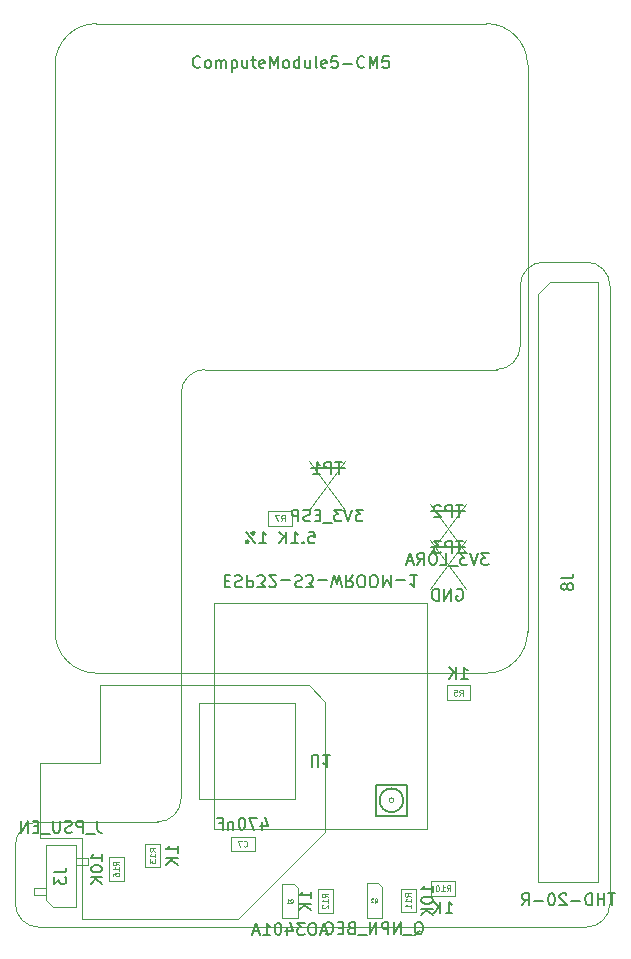
<source format=gbr>
G04 #@! TF.GenerationSoftware,KiCad,Pcbnew,9.0.3*
G04 #@! TF.CreationDate,2026-01-28T23:02:46+01:00*
G04 #@! TF.ProjectId,CM5IO_top,434d3549-4f5f-4746-9f70-2e6b69636164,rev?*
G04 #@! TF.SameCoordinates,Original*
G04 #@! TF.FileFunction,AssemblyDrawing,Bot*
%FSLAX46Y46*%
G04 Gerber Fmt 4.6, Leading zero omitted, Abs format (unit mm)*
G04 Created by KiCad (PCBNEW 9.0.3) date 2026-01-28 23:02:46*
%MOMM*%
%LPD*%
G01*
G04 APERTURE LIST*
%ADD10C,0.100000*%
%ADD11C,0.150000*%
%ADD12C,0.080000*%
%ADD13C,0.050000*%
%ADD14C,0.120000*%
G04 #@! TA.AperFunction,Profile*
%ADD15C,0.050000*%
G04 #@! TD*
G04 APERTURE END LIST*
D10*
X181871400Y-127401200D02*
X181871400Y-138450200D01*
X174505400Y-145816200D01*
X161297400Y-145816200D01*
X161297400Y-138958200D01*
X157741400Y-138958200D01*
X157741400Y-132608200D01*
X162821400Y-132608200D01*
X162821400Y-126004200D01*
X180474400Y-126004200D01*
X181871400Y-127401200D01*
X171203400Y-127528200D02*
X179340500Y-127528200D01*
X179340500Y-135656200D01*
X171203400Y-135656200D01*
X171203400Y-127528200D01*
D11*
X171289523Y-73669580D02*
X171241904Y-73717200D01*
X171241904Y-73717200D02*
X171099047Y-73764819D01*
X171099047Y-73764819D02*
X171003809Y-73764819D01*
X171003809Y-73764819D02*
X170860952Y-73717200D01*
X170860952Y-73717200D02*
X170765714Y-73621961D01*
X170765714Y-73621961D02*
X170718095Y-73526723D01*
X170718095Y-73526723D02*
X170670476Y-73336247D01*
X170670476Y-73336247D02*
X170670476Y-73193390D01*
X170670476Y-73193390D02*
X170718095Y-73002914D01*
X170718095Y-73002914D02*
X170765714Y-72907676D01*
X170765714Y-72907676D02*
X170860952Y-72812438D01*
X170860952Y-72812438D02*
X171003809Y-72764819D01*
X171003809Y-72764819D02*
X171099047Y-72764819D01*
X171099047Y-72764819D02*
X171241904Y-72812438D01*
X171241904Y-72812438D02*
X171289523Y-72860057D01*
X171860952Y-73764819D02*
X171765714Y-73717200D01*
X171765714Y-73717200D02*
X171718095Y-73669580D01*
X171718095Y-73669580D02*
X171670476Y-73574342D01*
X171670476Y-73574342D02*
X171670476Y-73288628D01*
X171670476Y-73288628D02*
X171718095Y-73193390D01*
X171718095Y-73193390D02*
X171765714Y-73145771D01*
X171765714Y-73145771D02*
X171860952Y-73098152D01*
X171860952Y-73098152D02*
X172003809Y-73098152D01*
X172003809Y-73098152D02*
X172099047Y-73145771D01*
X172099047Y-73145771D02*
X172146666Y-73193390D01*
X172146666Y-73193390D02*
X172194285Y-73288628D01*
X172194285Y-73288628D02*
X172194285Y-73574342D01*
X172194285Y-73574342D02*
X172146666Y-73669580D01*
X172146666Y-73669580D02*
X172099047Y-73717200D01*
X172099047Y-73717200D02*
X172003809Y-73764819D01*
X172003809Y-73764819D02*
X171860952Y-73764819D01*
X172622857Y-73764819D02*
X172622857Y-73098152D01*
X172622857Y-73193390D02*
X172670476Y-73145771D01*
X172670476Y-73145771D02*
X172765714Y-73098152D01*
X172765714Y-73098152D02*
X172908571Y-73098152D01*
X172908571Y-73098152D02*
X173003809Y-73145771D01*
X173003809Y-73145771D02*
X173051428Y-73241009D01*
X173051428Y-73241009D02*
X173051428Y-73764819D01*
X173051428Y-73241009D02*
X173099047Y-73145771D01*
X173099047Y-73145771D02*
X173194285Y-73098152D01*
X173194285Y-73098152D02*
X173337142Y-73098152D01*
X173337142Y-73098152D02*
X173432381Y-73145771D01*
X173432381Y-73145771D02*
X173480000Y-73241009D01*
X173480000Y-73241009D02*
X173480000Y-73764819D01*
X173956190Y-73098152D02*
X173956190Y-74098152D01*
X173956190Y-73145771D02*
X174051428Y-73098152D01*
X174051428Y-73098152D02*
X174241904Y-73098152D01*
X174241904Y-73098152D02*
X174337142Y-73145771D01*
X174337142Y-73145771D02*
X174384761Y-73193390D01*
X174384761Y-73193390D02*
X174432380Y-73288628D01*
X174432380Y-73288628D02*
X174432380Y-73574342D01*
X174432380Y-73574342D02*
X174384761Y-73669580D01*
X174384761Y-73669580D02*
X174337142Y-73717200D01*
X174337142Y-73717200D02*
X174241904Y-73764819D01*
X174241904Y-73764819D02*
X174051428Y-73764819D01*
X174051428Y-73764819D02*
X173956190Y-73717200D01*
X175289523Y-73098152D02*
X175289523Y-73764819D01*
X174860952Y-73098152D02*
X174860952Y-73621961D01*
X174860952Y-73621961D02*
X174908571Y-73717200D01*
X174908571Y-73717200D02*
X175003809Y-73764819D01*
X175003809Y-73764819D02*
X175146666Y-73764819D01*
X175146666Y-73764819D02*
X175241904Y-73717200D01*
X175241904Y-73717200D02*
X175289523Y-73669580D01*
X175622857Y-73098152D02*
X176003809Y-73098152D01*
X175765714Y-72764819D02*
X175765714Y-73621961D01*
X175765714Y-73621961D02*
X175813333Y-73717200D01*
X175813333Y-73717200D02*
X175908571Y-73764819D01*
X175908571Y-73764819D02*
X176003809Y-73764819D01*
X176718095Y-73717200D02*
X176622857Y-73764819D01*
X176622857Y-73764819D02*
X176432381Y-73764819D01*
X176432381Y-73764819D02*
X176337143Y-73717200D01*
X176337143Y-73717200D02*
X176289524Y-73621961D01*
X176289524Y-73621961D02*
X176289524Y-73241009D01*
X176289524Y-73241009D02*
X176337143Y-73145771D01*
X176337143Y-73145771D02*
X176432381Y-73098152D01*
X176432381Y-73098152D02*
X176622857Y-73098152D01*
X176622857Y-73098152D02*
X176718095Y-73145771D01*
X176718095Y-73145771D02*
X176765714Y-73241009D01*
X176765714Y-73241009D02*
X176765714Y-73336247D01*
X176765714Y-73336247D02*
X176289524Y-73431485D01*
X177194286Y-73764819D02*
X177194286Y-72764819D01*
X177194286Y-72764819D02*
X177527619Y-73479104D01*
X177527619Y-73479104D02*
X177860952Y-72764819D01*
X177860952Y-72764819D02*
X177860952Y-73764819D01*
X178480000Y-73764819D02*
X178384762Y-73717200D01*
X178384762Y-73717200D02*
X178337143Y-73669580D01*
X178337143Y-73669580D02*
X178289524Y-73574342D01*
X178289524Y-73574342D02*
X178289524Y-73288628D01*
X178289524Y-73288628D02*
X178337143Y-73193390D01*
X178337143Y-73193390D02*
X178384762Y-73145771D01*
X178384762Y-73145771D02*
X178480000Y-73098152D01*
X178480000Y-73098152D02*
X178622857Y-73098152D01*
X178622857Y-73098152D02*
X178718095Y-73145771D01*
X178718095Y-73145771D02*
X178765714Y-73193390D01*
X178765714Y-73193390D02*
X178813333Y-73288628D01*
X178813333Y-73288628D02*
X178813333Y-73574342D01*
X178813333Y-73574342D02*
X178765714Y-73669580D01*
X178765714Y-73669580D02*
X178718095Y-73717200D01*
X178718095Y-73717200D02*
X178622857Y-73764819D01*
X178622857Y-73764819D02*
X178480000Y-73764819D01*
X179670476Y-73764819D02*
X179670476Y-72764819D01*
X179670476Y-73717200D02*
X179575238Y-73764819D01*
X179575238Y-73764819D02*
X179384762Y-73764819D01*
X179384762Y-73764819D02*
X179289524Y-73717200D01*
X179289524Y-73717200D02*
X179241905Y-73669580D01*
X179241905Y-73669580D02*
X179194286Y-73574342D01*
X179194286Y-73574342D02*
X179194286Y-73288628D01*
X179194286Y-73288628D02*
X179241905Y-73193390D01*
X179241905Y-73193390D02*
X179289524Y-73145771D01*
X179289524Y-73145771D02*
X179384762Y-73098152D01*
X179384762Y-73098152D02*
X179575238Y-73098152D01*
X179575238Y-73098152D02*
X179670476Y-73145771D01*
X180575238Y-73098152D02*
X180575238Y-73764819D01*
X180146667Y-73098152D02*
X180146667Y-73621961D01*
X180146667Y-73621961D02*
X180194286Y-73717200D01*
X180194286Y-73717200D02*
X180289524Y-73764819D01*
X180289524Y-73764819D02*
X180432381Y-73764819D01*
X180432381Y-73764819D02*
X180527619Y-73717200D01*
X180527619Y-73717200D02*
X180575238Y-73669580D01*
X181194286Y-73764819D02*
X181099048Y-73717200D01*
X181099048Y-73717200D02*
X181051429Y-73621961D01*
X181051429Y-73621961D02*
X181051429Y-72764819D01*
X181956191Y-73717200D02*
X181860953Y-73764819D01*
X181860953Y-73764819D02*
X181670477Y-73764819D01*
X181670477Y-73764819D02*
X181575239Y-73717200D01*
X181575239Y-73717200D02*
X181527620Y-73621961D01*
X181527620Y-73621961D02*
X181527620Y-73241009D01*
X181527620Y-73241009D02*
X181575239Y-73145771D01*
X181575239Y-73145771D02*
X181670477Y-73098152D01*
X181670477Y-73098152D02*
X181860953Y-73098152D01*
X181860953Y-73098152D02*
X181956191Y-73145771D01*
X181956191Y-73145771D02*
X182003810Y-73241009D01*
X182003810Y-73241009D02*
X182003810Y-73336247D01*
X182003810Y-73336247D02*
X181527620Y-73431485D01*
X182908572Y-72764819D02*
X182432382Y-72764819D01*
X182432382Y-72764819D02*
X182384763Y-73241009D01*
X182384763Y-73241009D02*
X182432382Y-73193390D01*
X182432382Y-73193390D02*
X182527620Y-73145771D01*
X182527620Y-73145771D02*
X182765715Y-73145771D01*
X182765715Y-73145771D02*
X182860953Y-73193390D01*
X182860953Y-73193390D02*
X182908572Y-73241009D01*
X182908572Y-73241009D02*
X182956191Y-73336247D01*
X182956191Y-73336247D02*
X182956191Y-73574342D01*
X182956191Y-73574342D02*
X182908572Y-73669580D01*
X182908572Y-73669580D02*
X182860953Y-73717200D01*
X182860953Y-73717200D02*
X182765715Y-73764819D01*
X182765715Y-73764819D02*
X182527620Y-73764819D01*
X182527620Y-73764819D02*
X182432382Y-73717200D01*
X182432382Y-73717200D02*
X182384763Y-73669580D01*
X183384763Y-73383866D02*
X184146668Y-73383866D01*
X185194286Y-73669580D02*
X185146667Y-73717200D01*
X185146667Y-73717200D02*
X185003810Y-73764819D01*
X185003810Y-73764819D02*
X184908572Y-73764819D01*
X184908572Y-73764819D02*
X184765715Y-73717200D01*
X184765715Y-73717200D02*
X184670477Y-73621961D01*
X184670477Y-73621961D02*
X184622858Y-73526723D01*
X184622858Y-73526723D02*
X184575239Y-73336247D01*
X184575239Y-73336247D02*
X184575239Y-73193390D01*
X184575239Y-73193390D02*
X184622858Y-73002914D01*
X184622858Y-73002914D02*
X184670477Y-72907676D01*
X184670477Y-72907676D02*
X184765715Y-72812438D01*
X184765715Y-72812438D02*
X184908572Y-72764819D01*
X184908572Y-72764819D02*
X185003810Y-72764819D01*
X185003810Y-72764819D02*
X185146667Y-72812438D01*
X185146667Y-72812438D02*
X185194286Y-72860057D01*
X185622858Y-73764819D02*
X185622858Y-72764819D01*
X185622858Y-72764819D02*
X185956191Y-73479104D01*
X185956191Y-73479104D02*
X186289524Y-72764819D01*
X186289524Y-72764819D02*
X186289524Y-73764819D01*
X187241905Y-72764819D02*
X186765715Y-72764819D01*
X186765715Y-72764819D02*
X186718096Y-73241009D01*
X186718096Y-73241009D02*
X186765715Y-73193390D01*
X186765715Y-73193390D02*
X186860953Y-73145771D01*
X186860953Y-73145771D02*
X187099048Y-73145771D01*
X187099048Y-73145771D02*
X187194286Y-73193390D01*
X187194286Y-73193390D02*
X187241905Y-73241009D01*
X187241905Y-73241009D02*
X187289524Y-73336247D01*
X187289524Y-73336247D02*
X187289524Y-73574342D01*
X187289524Y-73574342D02*
X187241905Y-73669580D01*
X187241905Y-73669580D02*
X187194286Y-73717200D01*
X187194286Y-73717200D02*
X187099048Y-73764819D01*
X187099048Y-73764819D02*
X186860953Y-73764819D01*
X186860953Y-73764819D02*
X186765715Y-73717200D01*
X186765715Y-73717200D02*
X186718096Y-73669580D01*
X169371219Y-140214214D02*
X169371219Y-139642786D01*
X169371219Y-139928500D02*
X168371219Y-139928500D01*
X168371219Y-139928500D02*
X168514076Y-139833262D01*
X168514076Y-139833262D02*
X168609314Y-139738024D01*
X168609314Y-139738024D02*
X168656933Y-139642786D01*
X169371219Y-140642786D02*
X168371219Y-140642786D01*
X169371219Y-141214214D02*
X168799790Y-140785643D01*
X168371219Y-141214214D02*
X168942647Y-140642786D01*
D12*
X167493549Y-140107071D02*
X167255454Y-139940405D01*
X167493549Y-139821357D02*
X166993549Y-139821357D01*
X166993549Y-139821357D02*
X166993549Y-140011833D01*
X166993549Y-140011833D02*
X167017359Y-140059452D01*
X167017359Y-140059452D02*
X167041168Y-140083262D01*
X167041168Y-140083262D02*
X167088787Y-140107071D01*
X167088787Y-140107071D02*
X167160216Y-140107071D01*
X167160216Y-140107071D02*
X167207835Y-140083262D01*
X167207835Y-140083262D02*
X167231644Y-140059452D01*
X167231644Y-140059452D02*
X167255454Y-140011833D01*
X167255454Y-140011833D02*
X167255454Y-139821357D01*
X167493549Y-140583262D02*
X167493549Y-140297548D01*
X167493549Y-140440405D02*
X166993549Y-140440405D01*
X166993549Y-140440405D02*
X167064978Y-140392786D01*
X167064978Y-140392786D02*
X167112597Y-140345167D01*
X167112597Y-140345167D02*
X167136406Y-140297548D01*
X166993549Y-140749928D02*
X166993549Y-141059452D01*
X166993549Y-141059452D02*
X167184025Y-140892785D01*
X167184025Y-140892785D02*
X167184025Y-140964214D01*
X167184025Y-140964214D02*
X167207835Y-141011833D01*
X167207835Y-141011833D02*
X167231644Y-141035642D01*
X167231644Y-141035642D02*
X167279263Y-141059452D01*
X167279263Y-141059452D02*
X167398311Y-141059452D01*
X167398311Y-141059452D02*
X167445930Y-141035642D01*
X167445930Y-141035642D02*
X167469740Y-141011833D01*
X167469740Y-141011833D02*
X167493549Y-140964214D01*
X167493549Y-140964214D02*
X167493549Y-140821357D01*
X167493549Y-140821357D02*
X167469740Y-140773738D01*
X167469740Y-140773738D02*
X167445930Y-140749928D01*
D11*
X192058485Y-145346219D02*
X192629913Y-145346219D01*
X192344199Y-145346219D02*
X192344199Y-144346219D01*
X192344199Y-144346219D02*
X192439437Y-144489076D01*
X192439437Y-144489076D02*
X192534675Y-144584314D01*
X192534675Y-144584314D02*
X192629913Y-144631933D01*
X191629913Y-145346219D02*
X191629913Y-144346219D01*
X191058485Y-145346219D02*
X191487056Y-144774790D01*
X191058485Y-144346219D02*
X191629913Y-144917647D01*
D12*
X192165628Y-143468549D02*
X192332294Y-143230454D01*
X192451342Y-143468549D02*
X192451342Y-142968549D01*
X192451342Y-142968549D02*
X192260866Y-142968549D01*
X192260866Y-142968549D02*
X192213247Y-142992359D01*
X192213247Y-142992359D02*
X192189437Y-143016168D01*
X192189437Y-143016168D02*
X192165628Y-143063787D01*
X192165628Y-143063787D02*
X192165628Y-143135216D01*
X192165628Y-143135216D02*
X192189437Y-143182835D01*
X192189437Y-143182835D02*
X192213247Y-143206644D01*
X192213247Y-143206644D02*
X192260866Y-143230454D01*
X192260866Y-143230454D02*
X192451342Y-143230454D01*
X191689437Y-143468549D02*
X191975151Y-143468549D01*
X191832294Y-143468549D02*
X191832294Y-142968549D01*
X191832294Y-142968549D02*
X191879913Y-143039978D01*
X191879913Y-143039978D02*
X191927532Y-143087597D01*
X191927532Y-143087597D02*
X191975151Y-143111406D01*
X191379914Y-142968549D02*
X191332295Y-142968549D01*
X191332295Y-142968549D02*
X191284676Y-142992359D01*
X191284676Y-142992359D02*
X191260866Y-143016168D01*
X191260866Y-143016168D02*
X191237057Y-143063787D01*
X191237057Y-143063787D02*
X191213247Y-143159025D01*
X191213247Y-143159025D02*
X191213247Y-143278073D01*
X191213247Y-143278073D02*
X191237057Y-143373311D01*
X191237057Y-143373311D02*
X191260866Y-143420930D01*
X191260866Y-143420930D02*
X191284676Y-143444740D01*
X191284676Y-143444740D02*
X191332295Y-143468549D01*
X191332295Y-143468549D02*
X191379914Y-143468549D01*
X191379914Y-143468549D02*
X191427533Y-143444740D01*
X191427533Y-143444740D02*
X191451342Y-143420930D01*
X191451342Y-143420930D02*
X191475152Y-143373311D01*
X191475152Y-143373311D02*
X191498961Y-143278073D01*
X191498961Y-143278073D02*
X191498961Y-143159025D01*
X191498961Y-143159025D02*
X191475152Y-143063787D01*
X191475152Y-143063787D02*
X191451342Y-143016168D01*
X191451342Y-143016168D02*
X191427533Y-142992359D01*
X191427533Y-142992359D02*
X191379914Y-142968549D01*
D11*
X192996504Y-117904638D02*
X193091742Y-117857019D01*
X193091742Y-117857019D02*
X193234599Y-117857019D01*
X193234599Y-117857019D02*
X193377456Y-117904638D01*
X193377456Y-117904638D02*
X193472694Y-117999876D01*
X193472694Y-117999876D02*
X193520313Y-118095114D01*
X193520313Y-118095114D02*
X193567932Y-118285590D01*
X193567932Y-118285590D02*
X193567932Y-118428447D01*
X193567932Y-118428447D02*
X193520313Y-118618923D01*
X193520313Y-118618923D02*
X193472694Y-118714161D01*
X193472694Y-118714161D02*
X193377456Y-118809400D01*
X193377456Y-118809400D02*
X193234599Y-118857019D01*
X193234599Y-118857019D02*
X193139361Y-118857019D01*
X193139361Y-118857019D02*
X192996504Y-118809400D01*
X192996504Y-118809400D02*
X192948885Y-118761780D01*
X192948885Y-118761780D02*
X192948885Y-118428447D01*
X192948885Y-118428447D02*
X193139361Y-118428447D01*
X192520313Y-118857019D02*
X192520313Y-117857019D01*
X192520313Y-117857019D02*
X191948885Y-118857019D01*
X191948885Y-118857019D02*
X191948885Y-117857019D01*
X191472694Y-118857019D02*
X191472694Y-117857019D01*
X191472694Y-117857019D02*
X191234599Y-117857019D01*
X191234599Y-117857019D02*
X191091742Y-117904638D01*
X191091742Y-117904638D02*
X190996504Y-117999876D01*
X190996504Y-117999876D02*
X190948885Y-118095114D01*
X190948885Y-118095114D02*
X190901266Y-118285590D01*
X190901266Y-118285590D02*
X190901266Y-118428447D01*
X190901266Y-118428447D02*
X190948885Y-118618923D01*
X190948885Y-118618923D02*
X190996504Y-118714161D01*
X190996504Y-118714161D02*
X191091742Y-118809400D01*
X191091742Y-118809400D02*
X191234599Y-118857019D01*
X191234599Y-118857019D02*
X191472694Y-118857019D01*
X193496504Y-113807019D02*
X192925076Y-113807019D01*
X193210790Y-114807019D02*
X193210790Y-113807019D01*
X192591742Y-114807019D02*
X192591742Y-113807019D01*
X192591742Y-113807019D02*
X192210790Y-113807019D01*
X192210790Y-113807019D02*
X192115552Y-113854638D01*
X192115552Y-113854638D02*
X192067933Y-113902257D01*
X192067933Y-113902257D02*
X192020314Y-113997495D01*
X192020314Y-113997495D02*
X192020314Y-114140352D01*
X192020314Y-114140352D02*
X192067933Y-114235590D01*
X192067933Y-114235590D02*
X192115552Y-114283209D01*
X192115552Y-114283209D02*
X192210790Y-114330828D01*
X192210790Y-114330828D02*
X192591742Y-114330828D01*
X191686980Y-113807019D02*
X191067933Y-113807019D01*
X191067933Y-113807019D02*
X191401266Y-114187971D01*
X191401266Y-114187971D02*
X191258409Y-114187971D01*
X191258409Y-114187971D02*
X191163171Y-114235590D01*
X191163171Y-114235590D02*
X191115552Y-114283209D01*
X191115552Y-114283209D02*
X191067933Y-114378447D01*
X191067933Y-114378447D02*
X191067933Y-114616542D01*
X191067933Y-114616542D02*
X191115552Y-114711780D01*
X191115552Y-114711780D02*
X191163171Y-114759400D01*
X191163171Y-114759400D02*
X191258409Y-114807019D01*
X191258409Y-114807019D02*
X191544123Y-114807019D01*
X191544123Y-114807019D02*
X191639361Y-114759400D01*
X191639361Y-114759400D02*
X191686980Y-114711780D01*
X190842933Y-114307019D02*
X193715795Y-114307019D01*
X190995519Y-143550923D02*
X190995519Y-142979495D01*
X190995519Y-143265209D02*
X189995519Y-143265209D01*
X189995519Y-143265209D02*
X190138376Y-143169971D01*
X190138376Y-143169971D02*
X190233614Y-143074733D01*
X190233614Y-143074733D02*
X190281233Y-142979495D01*
X189995519Y-144169971D02*
X189995519Y-144265209D01*
X189995519Y-144265209D02*
X190043138Y-144360447D01*
X190043138Y-144360447D02*
X190090757Y-144408066D01*
X190090757Y-144408066D02*
X190185995Y-144455685D01*
X190185995Y-144455685D02*
X190376471Y-144503304D01*
X190376471Y-144503304D02*
X190614566Y-144503304D01*
X190614566Y-144503304D02*
X190805042Y-144455685D01*
X190805042Y-144455685D02*
X190900280Y-144408066D01*
X190900280Y-144408066D02*
X190947900Y-144360447D01*
X190947900Y-144360447D02*
X190995519Y-144265209D01*
X190995519Y-144265209D02*
X190995519Y-144169971D01*
X190995519Y-144169971D02*
X190947900Y-144074733D01*
X190947900Y-144074733D02*
X190900280Y-144027114D01*
X190900280Y-144027114D02*
X190805042Y-143979495D01*
X190805042Y-143979495D02*
X190614566Y-143931876D01*
X190614566Y-143931876D02*
X190376471Y-143931876D01*
X190376471Y-143931876D02*
X190185995Y-143979495D01*
X190185995Y-143979495D02*
X190090757Y-144027114D01*
X190090757Y-144027114D02*
X190043138Y-144074733D01*
X190043138Y-144074733D02*
X189995519Y-144169971D01*
X190995519Y-144931876D02*
X189995519Y-144931876D01*
X190995519Y-145503304D02*
X190424090Y-145074733D01*
X189995519Y-145503304D02*
X190566947Y-144931876D01*
D12*
X189117849Y-143919971D02*
X188879754Y-143753305D01*
X189117849Y-143634257D02*
X188617849Y-143634257D01*
X188617849Y-143634257D02*
X188617849Y-143824733D01*
X188617849Y-143824733D02*
X188641659Y-143872352D01*
X188641659Y-143872352D02*
X188665468Y-143896162D01*
X188665468Y-143896162D02*
X188713087Y-143919971D01*
X188713087Y-143919971D02*
X188784516Y-143919971D01*
X188784516Y-143919971D02*
X188832135Y-143896162D01*
X188832135Y-143896162D02*
X188855944Y-143872352D01*
X188855944Y-143872352D02*
X188879754Y-143824733D01*
X188879754Y-143824733D02*
X188879754Y-143634257D01*
X189117849Y-144396162D02*
X189117849Y-144110448D01*
X189117849Y-144253305D02*
X188617849Y-144253305D01*
X188617849Y-144253305D02*
X188689278Y-144205686D01*
X188689278Y-144205686D02*
X188736897Y-144158067D01*
X188736897Y-144158067D02*
X188760706Y-144110448D01*
X189117849Y-144872352D02*
X189117849Y-144586638D01*
X189117849Y-144729495D02*
X188617849Y-144729495D01*
X188617849Y-144729495D02*
X188689278Y-144681876D01*
X188689278Y-144681876D02*
X188736897Y-144634257D01*
X188736897Y-144634257D02*
X188760706Y-144586638D01*
D11*
X162589238Y-137498819D02*
X162589238Y-138213104D01*
X162589238Y-138213104D02*
X162636857Y-138355961D01*
X162636857Y-138355961D02*
X162732095Y-138451200D01*
X162732095Y-138451200D02*
X162874952Y-138498819D01*
X162874952Y-138498819D02*
X162970190Y-138498819D01*
X162351143Y-138594057D02*
X161589238Y-138594057D01*
X161351142Y-138498819D02*
X161351142Y-137498819D01*
X161351142Y-137498819D02*
X160970190Y-137498819D01*
X160970190Y-137498819D02*
X160874952Y-137546438D01*
X160874952Y-137546438D02*
X160827333Y-137594057D01*
X160827333Y-137594057D02*
X160779714Y-137689295D01*
X160779714Y-137689295D02*
X160779714Y-137832152D01*
X160779714Y-137832152D02*
X160827333Y-137927390D01*
X160827333Y-137927390D02*
X160874952Y-137975009D01*
X160874952Y-137975009D02*
X160970190Y-138022628D01*
X160970190Y-138022628D02*
X161351142Y-138022628D01*
X160398761Y-138451200D02*
X160255904Y-138498819D01*
X160255904Y-138498819D02*
X160017809Y-138498819D01*
X160017809Y-138498819D02*
X159922571Y-138451200D01*
X159922571Y-138451200D02*
X159874952Y-138403580D01*
X159874952Y-138403580D02*
X159827333Y-138308342D01*
X159827333Y-138308342D02*
X159827333Y-138213104D01*
X159827333Y-138213104D02*
X159874952Y-138117866D01*
X159874952Y-138117866D02*
X159922571Y-138070247D01*
X159922571Y-138070247D02*
X160017809Y-138022628D01*
X160017809Y-138022628D02*
X160208285Y-137975009D01*
X160208285Y-137975009D02*
X160303523Y-137927390D01*
X160303523Y-137927390D02*
X160351142Y-137879771D01*
X160351142Y-137879771D02*
X160398761Y-137784533D01*
X160398761Y-137784533D02*
X160398761Y-137689295D01*
X160398761Y-137689295D02*
X160351142Y-137594057D01*
X160351142Y-137594057D02*
X160303523Y-137546438D01*
X160303523Y-137546438D02*
X160208285Y-137498819D01*
X160208285Y-137498819D02*
X159970190Y-137498819D01*
X159970190Y-137498819D02*
X159827333Y-137546438D01*
X159398761Y-137498819D02*
X159398761Y-138308342D01*
X159398761Y-138308342D02*
X159351142Y-138403580D01*
X159351142Y-138403580D02*
X159303523Y-138451200D01*
X159303523Y-138451200D02*
X159208285Y-138498819D01*
X159208285Y-138498819D02*
X159017809Y-138498819D01*
X159017809Y-138498819D02*
X158922571Y-138451200D01*
X158922571Y-138451200D02*
X158874952Y-138403580D01*
X158874952Y-138403580D02*
X158827333Y-138308342D01*
X158827333Y-138308342D02*
X158827333Y-137498819D01*
X158589238Y-138594057D02*
X157827333Y-138594057D01*
X157589237Y-137975009D02*
X157255904Y-137975009D01*
X157113047Y-138498819D02*
X157589237Y-138498819D01*
X157589237Y-138498819D02*
X157589237Y-137498819D01*
X157589237Y-137498819D02*
X157113047Y-137498819D01*
X156684475Y-138498819D02*
X156684475Y-137498819D01*
X156684475Y-137498819D02*
X156113047Y-138498819D01*
X156113047Y-138498819D02*
X156113047Y-137498819D01*
X158948819Y-141850666D02*
X159663104Y-141850666D01*
X159663104Y-141850666D02*
X159805961Y-141803047D01*
X159805961Y-141803047D02*
X159901200Y-141707809D01*
X159901200Y-141707809D02*
X159948819Y-141564952D01*
X159948819Y-141564952D02*
X159948819Y-141469714D01*
X158948819Y-142231619D02*
X158948819Y-142850666D01*
X158948819Y-142850666D02*
X159329771Y-142517333D01*
X159329771Y-142517333D02*
X159329771Y-142660190D01*
X159329771Y-142660190D02*
X159377390Y-142755428D01*
X159377390Y-142755428D02*
X159425009Y-142803047D01*
X159425009Y-142803047D02*
X159520247Y-142850666D01*
X159520247Y-142850666D02*
X159758342Y-142850666D01*
X159758342Y-142850666D02*
X159853580Y-142803047D01*
X159853580Y-142803047D02*
X159901200Y-142755428D01*
X159901200Y-142755428D02*
X159948819Y-142660190D01*
X159948819Y-142660190D02*
X159948819Y-142374476D01*
X159948819Y-142374476D02*
X159901200Y-142279238D01*
X159901200Y-142279238D02*
X159853580Y-142231619D01*
X206419999Y-143646819D02*
X205848571Y-143646819D01*
X206134285Y-144646819D02*
X206134285Y-143646819D01*
X205515237Y-144646819D02*
X205515237Y-143646819D01*
X205515237Y-144123009D02*
X204943809Y-144123009D01*
X204943809Y-144646819D02*
X204943809Y-143646819D01*
X204467618Y-144646819D02*
X204467618Y-143646819D01*
X204467618Y-143646819D02*
X204229523Y-143646819D01*
X204229523Y-143646819D02*
X204086666Y-143694438D01*
X204086666Y-143694438D02*
X203991428Y-143789676D01*
X203991428Y-143789676D02*
X203943809Y-143884914D01*
X203943809Y-143884914D02*
X203896190Y-144075390D01*
X203896190Y-144075390D02*
X203896190Y-144218247D01*
X203896190Y-144218247D02*
X203943809Y-144408723D01*
X203943809Y-144408723D02*
X203991428Y-144503961D01*
X203991428Y-144503961D02*
X204086666Y-144599200D01*
X204086666Y-144599200D02*
X204229523Y-144646819D01*
X204229523Y-144646819D02*
X204467618Y-144646819D01*
X203467618Y-144265866D02*
X202705714Y-144265866D01*
X202277142Y-143742057D02*
X202229523Y-143694438D01*
X202229523Y-143694438D02*
X202134285Y-143646819D01*
X202134285Y-143646819D02*
X201896190Y-143646819D01*
X201896190Y-143646819D02*
X201800952Y-143694438D01*
X201800952Y-143694438D02*
X201753333Y-143742057D01*
X201753333Y-143742057D02*
X201705714Y-143837295D01*
X201705714Y-143837295D02*
X201705714Y-143932533D01*
X201705714Y-143932533D02*
X201753333Y-144075390D01*
X201753333Y-144075390D02*
X202324761Y-144646819D01*
X202324761Y-144646819D02*
X201705714Y-144646819D01*
X201086666Y-143646819D02*
X200991428Y-143646819D01*
X200991428Y-143646819D02*
X200896190Y-143694438D01*
X200896190Y-143694438D02*
X200848571Y-143742057D01*
X200848571Y-143742057D02*
X200800952Y-143837295D01*
X200800952Y-143837295D02*
X200753333Y-144027771D01*
X200753333Y-144027771D02*
X200753333Y-144265866D01*
X200753333Y-144265866D02*
X200800952Y-144456342D01*
X200800952Y-144456342D02*
X200848571Y-144551580D01*
X200848571Y-144551580D02*
X200896190Y-144599200D01*
X200896190Y-144599200D02*
X200991428Y-144646819D01*
X200991428Y-144646819D02*
X201086666Y-144646819D01*
X201086666Y-144646819D02*
X201181904Y-144599200D01*
X201181904Y-144599200D02*
X201229523Y-144551580D01*
X201229523Y-144551580D02*
X201277142Y-144456342D01*
X201277142Y-144456342D02*
X201324761Y-144265866D01*
X201324761Y-144265866D02*
X201324761Y-144027771D01*
X201324761Y-144027771D02*
X201277142Y-143837295D01*
X201277142Y-143837295D02*
X201229523Y-143742057D01*
X201229523Y-143742057D02*
X201181904Y-143694438D01*
X201181904Y-143694438D02*
X201086666Y-143646819D01*
X200324761Y-144265866D02*
X199562857Y-144265866D01*
X198515238Y-144646819D02*
X198848571Y-144170628D01*
X199086666Y-144646819D02*
X199086666Y-143646819D01*
X199086666Y-143646819D02*
X198705714Y-143646819D01*
X198705714Y-143646819D02*
X198610476Y-143694438D01*
X198610476Y-143694438D02*
X198562857Y-143742057D01*
X198562857Y-143742057D02*
X198515238Y-143837295D01*
X198515238Y-143837295D02*
X198515238Y-143980152D01*
X198515238Y-143980152D02*
X198562857Y-144075390D01*
X198562857Y-144075390D02*
X198610476Y-144123009D01*
X198610476Y-144123009D02*
X198705714Y-144170628D01*
X198705714Y-144170628D02*
X199086666Y-144170628D01*
X201874819Y-116958666D02*
X202589104Y-116958666D01*
X202589104Y-116958666D02*
X202731961Y-116911047D01*
X202731961Y-116911047D02*
X202827200Y-116815809D01*
X202827200Y-116815809D02*
X202874819Y-116672952D01*
X202874819Y-116672952D02*
X202874819Y-116577714D01*
X202303390Y-117577714D02*
X202255771Y-117482476D01*
X202255771Y-117482476D02*
X202208152Y-117434857D01*
X202208152Y-117434857D02*
X202112914Y-117387238D01*
X202112914Y-117387238D02*
X202065295Y-117387238D01*
X202065295Y-117387238D02*
X201970057Y-117434857D01*
X201970057Y-117434857D02*
X201922438Y-117482476D01*
X201922438Y-117482476D02*
X201874819Y-117577714D01*
X201874819Y-117577714D02*
X201874819Y-117768190D01*
X201874819Y-117768190D02*
X201922438Y-117863428D01*
X201922438Y-117863428D02*
X201970057Y-117911047D01*
X201970057Y-117911047D02*
X202065295Y-117958666D01*
X202065295Y-117958666D02*
X202112914Y-117958666D01*
X202112914Y-117958666D02*
X202208152Y-117911047D01*
X202208152Y-117911047D02*
X202255771Y-117863428D01*
X202255771Y-117863428D02*
X202303390Y-117768190D01*
X202303390Y-117768190D02*
X202303390Y-117577714D01*
X202303390Y-117577714D02*
X202351009Y-117482476D01*
X202351009Y-117482476D02*
X202398628Y-117434857D01*
X202398628Y-117434857D02*
X202493866Y-117387238D01*
X202493866Y-117387238D02*
X202684342Y-117387238D01*
X202684342Y-117387238D02*
X202779580Y-117434857D01*
X202779580Y-117434857D02*
X202827200Y-117482476D01*
X202827200Y-117482476D02*
X202874819Y-117577714D01*
X202874819Y-117577714D02*
X202874819Y-117768190D01*
X202874819Y-117768190D02*
X202827200Y-117863428D01*
X202827200Y-117863428D02*
X202779580Y-117911047D01*
X202779580Y-117911047D02*
X202684342Y-117958666D01*
X202684342Y-117958666D02*
X202493866Y-117958666D01*
X202493866Y-117958666D02*
X202398628Y-117911047D01*
X202398628Y-117911047D02*
X202351009Y-117863428D01*
X202351009Y-117863428D02*
X202303390Y-117768190D01*
X180466161Y-113012019D02*
X180942351Y-113012019D01*
X180942351Y-113012019D02*
X180989970Y-113488209D01*
X180989970Y-113488209D02*
X180942351Y-113440590D01*
X180942351Y-113440590D02*
X180847113Y-113392971D01*
X180847113Y-113392971D02*
X180609018Y-113392971D01*
X180609018Y-113392971D02*
X180513780Y-113440590D01*
X180513780Y-113440590D02*
X180466161Y-113488209D01*
X180466161Y-113488209D02*
X180418542Y-113583447D01*
X180418542Y-113583447D02*
X180418542Y-113821542D01*
X180418542Y-113821542D02*
X180466161Y-113916780D01*
X180466161Y-113916780D02*
X180513780Y-113964400D01*
X180513780Y-113964400D02*
X180609018Y-114012019D01*
X180609018Y-114012019D02*
X180847113Y-114012019D01*
X180847113Y-114012019D02*
X180942351Y-113964400D01*
X180942351Y-113964400D02*
X180989970Y-113916780D01*
X179989970Y-113916780D02*
X179942351Y-113964400D01*
X179942351Y-113964400D02*
X179989970Y-114012019D01*
X179989970Y-114012019D02*
X180037589Y-113964400D01*
X180037589Y-113964400D02*
X179989970Y-113916780D01*
X179989970Y-113916780D02*
X179989970Y-114012019D01*
X178989971Y-114012019D02*
X179561399Y-114012019D01*
X179275685Y-114012019D02*
X179275685Y-113012019D01*
X179275685Y-113012019D02*
X179370923Y-113154876D01*
X179370923Y-113154876D02*
X179466161Y-113250114D01*
X179466161Y-113250114D02*
X179561399Y-113297733D01*
X178561399Y-114012019D02*
X178561399Y-113012019D01*
X177989971Y-114012019D02*
X178418542Y-113440590D01*
X177989971Y-113012019D02*
X178561399Y-113583447D01*
X176275685Y-114012019D02*
X176847113Y-114012019D01*
X176561399Y-114012019D02*
X176561399Y-113012019D01*
X176561399Y-113012019D02*
X176656637Y-113154876D01*
X176656637Y-113154876D02*
X176751875Y-113250114D01*
X176751875Y-113250114D02*
X176847113Y-113297733D01*
X175894732Y-114012019D02*
X175132828Y-113012019D01*
X175751875Y-113012019D02*
X175656637Y-113059638D01*
X175656637Y-113059638D02*
X175609018Y-113154876D01*
X175609018Y-113154876D02*
X175656637Y-113250114D01*
X175656637Y-113250114D02*
X175751875Y-113297733D01*
X175751875Y-113297733D02*
X175847113Y-113250114D01*
X175847113Y-113250114D02*
X175894732Y-113154876D01*
X175894732Y-113154876D02*
X175847113Y-113059638D01*
X175847113Y-113059638D02*
X175751875Y-113012019D01*
X175180447Y-113964400D02*
X175132828Y-113869161D01*
X175132828Y-113869161D02*
X175180447Y-113773923D01*
X175180447Y-113773923D02*
X175275685Y-113726304D01*
X175275685Y-113726304D02*
X175370923Y-113773923D01*
X175370923Y-113773923D02*
X175418542Y-113869161D01*
X175418542Y-113869161D02*
X175370923Y-113964400D01*
X175370923Y-113964400D02*
X175275685Y-114012019D01*
X175275685Y-114012019D02*
X175180447Y-113964400D01*
D12*
X178144733Y-112134349D02*
X178311399Y-111896254D01*
X178430447Y-112134349D02*
X178430447Y-111634349D01*
X178430447Y-111634349D02*
X178239971Y-111634349D01*
X178239971Y-111634349D02*
X178192352Y-111658159D01*
X178192352Y-111658159D02*
X178168542Y-111681968D01*
X178168542Y-111681968D02*
X178144733Y-111729587D01*
X178144733Y-111729587D02*
X178144733Y-111801016D01*
X178144733Y-111801016D02*
X178168542Y-111848635D01*
X178168542Y-111848635D02*
X178192352Y-111872444D01*
X178192352Y-111872444D02*
X178239971Y-111896254D01*
X178239971Y-111896254D02*
X178430447Y-111896254D01*
X177978066Y-111634349D02*
X177644733Y-111634349D01*
X177644733Y-111634349D02*
X177859018Y-112134349D01*
D11*
X180676219Y-144077914D02*
X180676219Y-143506486D01*
X180676219Y-143792200D02*
X179676219Y-143792200D01*
X179676219Y-143792200D02*
X179819076Y-143696962D01*
X179819076Y-143696962D02*
X179914314Y-143601724D01*
X179914314Y-143601724D02*
X179961933Y-143506486D01*
X180676219Y-144506486D02*
X179676219Y-144506486D01*
X180676219Y-145077914D02*
X180104790Y-144649343D01*
X179676219Y-145077914D02*
X180247647Y-144506486D01*
D12*
X182098549Y-143970771D02*
X181860454Y-143804105D01*
X182098549Y-143685057D02*
X181598549Y-143685057D01*
X181598549Y-143685057D02*
X181598549Y-143875533D01*
X181598549Y-143875533D02*
X181622359Y-143923152D01*
X181622359Y-143923152D02*
X181646168Y-143946962D01*
X181646168Y-143946962D02*
X181693787Y-143970771D01*
X181693787Y-143970771D02*
X181765216Y-143970771D01*
X181765216Y-143970771D02*
X181812835Y-143946962D01*
X181812835Y-143946962D02*
X181836644Y-143923152D01*
X181836644Y-143923152D02*
X181860454Y-143875533D01*
X181860454Y-143875533D02*
X181860454Y-143685057D01*
X182098549Y-144446962D02*
X182098549Y-144161248D01*
X182098549Y-144304105D02*
X181598549Y-144304105D01*
X181598549Y-144304105D02*
X181669978Y-144256486D01*
X181669978Y-144256486D02*
X181717597Y-144208867D01*
X181717597Y-144208867D02*
X181741406Y-144161248D01*
X181646168Y-144637438D02*
X181622359Y-144661247D01*
X181622359Y-144661247D02*
X181598549Y-144708866D01*
X181598549Y-144708866D02*
X181598549Y-144827914D01*
X181598549Y-144827914D02*
X181622359Y-144875533D01*
X181622359Y-144875533D02*
X181646168Y-144899342D01*
X181646168Y-144899342D02*
X181693787Y-144923152D01*
X181693787Y-144923152D02*
X181741406Y-144923152D01*
X181741406Y-144923152D02*
X181812835Y-144899342D01*
X181812835Y-144899342D02*
X182098549Y-144613628D01*
X182098549Y-144613628D02*
X182098549Y-144923152D01*
D11*
X173354747Y-117238190D02*
X173688080Y-117238190D01*
X173830937Y-116714380D02*
X173354747Y-116714380D01*
X173354747Y-116714380D02*
X173354747Y-117714380D01*
X173354747Y-117714380D02*
X173830937Y-117714380D01*
X174211890Y-116762000D02*
X174354747Y-116714380D01*
X174354747Y-116714380D02*
X174592842Y-116714380D01*
X174592842Y-116714380D02*
X174688080Y-116762000D01*
X174688080Y-116762000D02*
X174735699Y-116809619D01*
X174735699Y-116809619D02*
X174783318Y-116904857D01*
X174783318Y-116904857D02*
X174783318Y-117000095D01*
X174783318Y-117000095D02*
X174735699Y-117095333D01*
X174735699Y-117095333D02*
X174688080Y-117142952D01*
X174688080Y-117142952D02*
X174592842Y-117190571D01*
X174592842Y-117190571D02*
X174402366Y-117238190D01*
X174402366Y-117238190D02*
X174307128Y-117285809D01*
X174307128Y-117285809D02*
X174259509Y-117333428D01*
X174259509Y-117333428D02*
X174211890Y-117428666D01*
X174211890Y-117428666D02*
X174211890Y-117523904D01*
X174211890Y-117523904D02*
X174259509Y-117619142D01*
X174259509Y-117619142D02*
X174307128Y-117666761D01*
X174307128Y-117666761D02*
X174402366Y-117714380D01*
X174402366Y-117714380D02*
X174640461Y-117714380D01*
X174640461Y-117714380D02*
X174783318Y-117666761D01*
X175211890Y-116714380D02*
X175211890Y-117714380D01*
X175211890Y-117714380D02*
X175592842Y-117714380D01*
X175592842Y-117714380D02*
X175688080Y-117666761D01*
X175688080Y-117666761D02*
X175735699Y-117619142D01*
X175735699Y-117619142D02*
X175783318Y-117523904D01*
X175783318Y-117523904D02*
X175783318Y-117381047D01*
X175783318Y-117381047D02*
X175735699Y-117285809D01*
X175735699Y-117285809D02*
X175688080Y-117238190D01*
X175688080Y-117238190D02*
X175592842Y-117190571D01*
X175592842Y-117190571D02*
X175211890Y-117190571D01*
X176116652Y-117714380D02*
X176735699Y-117714380D01*
X176735699Y-117714380D02*
X176402366Y-117333428D01*
X176402366Y-117333428D02*
X176545223Y-117333428D01*
X176545223Y-117333428D02*
X176640461Y-117285809D01*
X176640461Y-117285809D02*
X176688080Y-117238190D01*
X176688080Y-117238190D02*
X176735699Y-117142952D01*
X176735699Y-117142952D02*
X176735699Y-116904857D01*
X176735699Y-116904857D02*
X176688080Y-116809619D01*
X176688080Y-116809619D02*
X176640461Y-116762000D01*
X176640461Y-116762000D02*
X176545223Y-116714380D01*
X176545223Y-116714380D02*
X176259509Y-116714380D01*
X176259509Y-116714380D02*
X176164271Y-116762000D01*
X176164271Y-116762000D02*
X176116652Y-116809619D01*
X177116652Y-117619142D02*
X177164271Y-117666761D01*
X177164271Y-117666761D02*
X177259509Y-117714380D01*
X177259509Y-117714380D02*
X177497604Y-117714380D01*
X177497604Y-117714380D02*
X177592842Y-117666761D01*
X177592842Y-117666761D02*
X177640461Y-117619142D01*
X177640461Y-117619142D02*
X177688080Y-117523904D01*
X177688080Y-117523904D02*
X177688080Y-117428666D01*
X177688080Y-117428666D02*
X177640461Y-117285809D01*
X177640461Y-117285809D02*
X177069033Y-116714380D01*
X177069033Y-116714380D02*
X177688080Y-116714380D01*
X178116652Y-117095333D02*
X178878557Y-117095333D01*
X179307128Y-116762000D02*
X179449985Y-116714380D01*
X179449985Y-116714380D02*
X179688080Y-116714380D01*
X179688080Y-116714380D02*
X179783318Y-116762000D01*
X179783318Y-116762000D02*
X179830937Y-116809619D01*
X179830937Y-116809619D02*
X179878556Y-116904857D01*
X179878556Y-116904857D02*
X179878556Y-117000095D01*
X179878556Y-117000095D02*
X179830937Y-117095333D01*
X179830937Y-117095333D02*
X179783318Y-117142952D01*
X179783318Y-117142952D02*
X179688080Y-117190571D01*
X179688080Y-117190571D02*
X179497604Y-117238190D01*
X179497604Y-117238190D02*
X179402366Y-117285809D01*
X179402366Y-117285809D02*
X179354747Y-117333428D01*
X179354747Y-117333428D02*
X179307128Y-117428666D01*
X179307128Y-117428666D02*
X179307128Y-117523904D01*
X179307128Y-117523904D02*
X179354747Y-117619142D01*
X179354747Y-117619142D02*
X179402366Y-117666761D01*
X179402366Y-117666761D02*
X179497604Y-117714380D01*
X179497604Y-117714380D02*
X179735699Y-117714380D01*
X179735699Y-117714380D02*
X179878556Y-117666761D01*
X180211890Y-117714380D02*
X180830937Y-117714380D01*
X180830937Y-117714380D02*
X180497604Y-117333428D01*
X180497604Y-117333428D02*
X180640461Y-117333428D01*
X180640461Y-117333428D02*
X180735699Y-117285809D01*
X180735699Y-117285809D02*
X180783318Y-117238190D01*
X180783318Y-117238190D02*
X180830937Y-117142952D01*
X180830937Y-117142952D02*
X180830937Y-116904857D01*
X180830937Y-116904857D02*
X180783318Y-116809619D01*
X180783318Y-116809619D02*
X180735699Y-116762000D01*
X180735699Y-116762000D02*
X180640461Y-116714380D01*
X180640461Y-116714380D02*
X180354747Y-116714380D01*
X180354747Y-116714380D02*
X180259509Y-116762000D01*
X180259509Y-116762000D02*
X180211890Y-116809619D01*
X181259509Y-117095333D02*
X182021414Y-117095333D01*
X182402366Y-117714380D02*
X182640461Y-116714380D01*
X182640461Y-116714380D02*
X182830937Y-117428666D01*
X182830937Y-117428666D02*
X183021413Y-116714380D01*
X183021413Y-116714380D02*
X183259509Y-117714380D01*
X184211889Y-116714380D02*
X183878556Y-117190571D01*
X183640461Y-116714380D02*
X183640461Y-117714380D01*
X183640461Y-117714380D02*
X184021413Y-117714380D01*
X184021413Y-117714380D02*
X184116651Y-117666761D01*
X184116651Y-117666761D02*
X184164270Y-117619142D01*
X184164270Y-117619142D02*
X184211889Y-117523904D01*
X184211889Y-117523904D02*
X184211889Y-117381047D01*
X184211889Y-117381047D02*
X184164270Y-117285809D01*
X184164270Y-117285809D02*
X184116651Y-117238190D01*
X184116651Y-117238190D02*
X184021413Y-117190571D01*
X184021413Y-117190571D02*
X183640461Y-117190571D01*
X184830937Y-117714380D02*
X185021413Y-117714380D01*
X185021413Y-117714380D02*
X185116651Y-117666761D01*
X185116651Y-117666761D02*
X185211889Y-117571523D01*
X185211889Y-117571523D02*
X185259508Y-117381047D01*
X185259508Y-117381047D02*
X185259508Y-117047714D01*
X185259508Y-117047714D02*
X185211889Y-116857238D01*
X185211889Y-116857238D02*
X185116651Y-116762000D01*
X185116651Y-116762000D02*
X185021413Y-116714380D01*
X185021413Y-116714380D02*
X184830937Y-116714380D01*
X184830937Y-116714380D02*
X184735699Y-116762000D01*
X184735699Y-116762000D02*
X184640461Y-116857238D01*
X184640461Y-116857238D02*
X184592842Y-117047714D01*
X184592842Y-117047714D02*
X184592842Y-117381047D01*
X184592842Y-117381047D02*
X184640461Y-117571523D01*
X184640461Y-117571523D02*
X184735699Y-117666761D01*
X184735699Y-117666761D02*
X184830937Y-117714380D01*
X185878556Y-117714380D02*
X186069032Y-117714380D01*
X186069032Y-117714380D02*
X186164270Y-117666761D01*
X186164270Y-117666761D02*
X186259508Y-117571523D01*
X186259508Y-117571523D02*
X186307127Y-117381047D01*
X186307127Y-117381047D02*
X186307127Y-117047714D01*
X186307127Y-117047714D02*
X186259508Y-116857238D01*
X186259508Y-116857238D02*
X186164270Y-116762000D01*
X186164270Y-116762000D02*
X186069032Y-116714380D01*
X186069032Y-116714380D02*
X185878556Y-116714380D01*
X185878556Y-116714380D02*
X185783318Y-116762000D01*
X185783318Y-116762000D02*
X185688080Y-116857238D01*
X185688080Y-116857238D02*
X185640461Y-117047714D01*
X185640461Y-117047714D02*
X185640461Y-117381047D01*
X185640461Y-117381047D02*
X185688080Y-117571523D01*
X185688080Y-117571523D02*
X185783318Y-117666761D01*
X185783318Y-117666761D02*
X185878556Y-117714380D01*
X186735699Y-116714380D02*
X186735699Y-117714380D01*
X186735699Y-117714380D02*
X187069032Y-117000095D01*
X187069032Y-117000095D02*
X187402365Y-117714380D01*
X187402365Y-117714380D02*
X187402365Y-116714380D01*
X187878556Y-117095333D02*
X188640461Y-117095333D01*
X189640460Y-116714380D02*
X189069032Y-116714380D01*
X189354746Y-116714380D02*
X189354746Y-117714380D01*
X189354746Y-117714380D02*
X189259508Y-117571523D01*
X189259508Y-117571523D02*
X189164270Y-117476285D01*
X189164270Y-117476285D02*
X189069032Y-117428666D01*
X180711889Y-132914380D02*
X180711889Y-132104857D01*
X180711889Y-132104857D02*
X180759508Y-132009619D01*
X180759508Y-132009619D02*
X180807127Y-131962000D01*
X180807127Y-131962000D02*
X180902365Y-131914380D01*
X180902365Y-131914380D02*
X181092841Y-131914380D01*
X181092841Y-131914380D02*
X181188079Y-131962000D01*
X181188079Y-131962000D02*
X181235698Y-132009619D01*
X181235698Y-132009619D02*
X181283317Y-132104857D01*
X181283317Y-132104857D02*
X181283317Y-132914380D01*
X182283317Y-131914380D02*
X181711889Y-131914380D01*
X181997603Y-131914380D02*
X181997603Y-132914380D01*
X181997603Y-132914380D02*
X181902365Y-132771523D01*
X181902365Y-132771523D02*
X181807127Y-132676285D01*
X181807127Y-132676285D02*
X181711889Y-132628666D01*
X176529257Y-137574352D02*
X176529257Y-138241019D01*
X176767352Y-137193400D02*
X177005447Y-137907685D01*
X177005447Y-137907685D02*
X176386400Y-137907685D01*
X176100685Y-137241019D02*
X175434019Y-137241019D01*
X175434019Y-137241019D02*
X175862590Y-138241019D01*
X174862590Y-137241019D02*
X174767352Y-137241019D01*
X174767352Y-137241019D02*
X174672114Y-137288638D01*
X174672114Y-137288638D02*
X174624495Y-137336257D01*
X174624495Y-137336257D02*
X174576876Y-137431495D01*
X174576876Y-137431495D02*
X174529257Y-137621971D01*
X174529257Y-137621971D02*
X174529257Y-137860066D01*
X174529257Y-137860066D02*
X174576876Y-138050542D01*
X174576876Y-138050542D02*
X174624495Y-138145780D01*
X174624495Y-138145780D02*
X174672114Y-138193400D01*
X174672114Y-138193400D02*
X174767352Y-138241019D01*
X174767352Y-138241019D02*
X174862590Y-138241019D01*
X174862590Y-138241019D02*
X174957828Y-138193400D01*
X174957828Y-138193400D02*
X175005447Y-138145780D01*
X175005447Y-138145780D02*
X175053066Y-138050542D01*
X175053066Y-138050542D02*
X175100685Y-137860066D01*
X175100685Y-137860066D02*
X175100685Y-137621971D01*
X175100685Y-137621971D02*
X175053066Y-137431495D01*
X175053066Y-137431495D02*
X175005447Y-137336257D01*
X175005447Y-137336257D02*
X174957828Y-137288638D01*
X174957828Y-137288638D02*
X174862590Y-137241019D01*
X174100685Y-137574352D02*
X174100685Y-138241019D01*
X174100685Y-137669590D02*
X174053066Y-137621971D01*
X174053066Y-137621971D02*
X173957828Y-137574352D01*
X173957828Y-137574352D02*
X173814971Y-137574352D01*
X173814971Y-137574352D02*
X173719733Y-137621971D01*
X173719733Y-137621971D02*
X173672114Y-137717209D01*
X173672114Y-137717209D02*
X173672114Y-138241019D01*
X172862590Y-137717209D02*
X173195923Y-137717209D01*
X173195923Y-138241019D02*
X173195923Y-137241019D01*
X173195923Y-137241019D02*
X172719733Y-137241019D01*
D12*
X174969733Y-139645730D02*
X174993542Y-139669540D01*
X174993542Y-139669540D02*
X175064971Y-139693349D01*
X175064971Y-139693349D02*
X175112590Y-139693349D01*
X175112590Y-139693349D02*
X175184018Y-139669540D01*
X175184018Y-139669540D02*
X175231637Y-139621920D01*
X175231637Y-139621920D02*
X175255447Y-139574301D01*
X175255447Y-139574301D02*
X175279256Y-139479063D01*
X175279256Y-139479063D02*
X175279256Y-139407635D01*
X175279256Y-139407635D02*
X175255447Y-139312397D01*
X175255447Y-139312397D02*
X175231637Y-139264778D01*
X175231637Y-139264778D02*
X175184018Y-139217159D01*
X175184018Y-139217159D02*
X175112590Y-139193349D01*
X175112590Y-139193349D02*
X175064971Y-139193349D01*
X175064971Y-139193349D02*
X174993542Y-139217159D01*
X174993542Y-139217159D02*
X174969733Y-139240968D01*
X174803066Y-139193349D02*
X174469733Y-139193349D01*
X174469733Y-139193349D02*
X174684018Y-139693349D01*
D11*
X181974137Y-146861304D02*
X181497947Y-146861304D01*
X182069375Y-147147019D02*
X181736042Y-146147019D01*
X181736042Y-146147019D02*
X181402709Y-147147019D01*
X180878899Y-146147019D02*
X180688423Y-146147019D01*
X180688423Y-146147019D02*
X180593185Y-146194638D01*
X180593185Y-146194638D02*
X180497947Y-146289876D01*
X180497947Y-146289876D02*
X180450328Y-146480352D01*
X180450328Y-146480352D02*
X180450328Y-146813685D01*
X180450328Y-146813685D02*
X180497947Y-147004161D01*
X180497947Y-147004161D02*
X180593185Y-147099400D01*
X180593185Y-147099400D02*
X180688423Y-147147019D01*
X180688423Y-147147019D02*
X180878899Y-147147019D01*
X180878899Y-147147019D02*
X180974137Y-147099400D01*
X180974137Y-147099400D02*
X181069375Y-147004161D01*
X181069375Y-147004161D02*
X181116994Y-146813685D01*
X181116994Y-146813685D02*
X181116994Y-146480352D01*
X181116994Y-146480352D02*
X181069375Y-146289876D01*
X181069375Y-146289876D02*
X180974137Y-146194638D01*
X180974137Y-146194638D02*
X180878899Y-146147019D01*
X180116994Y-146147019D02*
X179497947Y-146147019D01*
X179497947Y-146147019D02*
X179831280Y-146527971D01*
X179831280Y-146527971D02*
X179688423Y-146527971D01*
X179688423Y-146527971D02*
X179593185Y-146575590D01*
X179593185Y-146575590D02*
X179545566Y-146623209D01*
X179545566Y-146623209D02*
X179497947Y-146718447D01*
X179497947Y-146718447D02*
X179497947Y-146956542D01*
X179497947Y-146956542D02*
X179545566Y-147051780D01*
X179545566Y-147051780D02*
X179593185Y-147099400D01*
X179593185Y-147099400D02*
X179688423Y-147147019D01*
X179688423Y-147147019D02*
X179974137Y-147147019D01*
X179974137Y-147147019D02*
X180069375Y-147099400D01*
X180069375Y-147099400D02*
X180116994Y-147051780D01*
X178640804Y-146480352D02*
X178640804Y-147147019D01*
X178878899Y-146099400D02*
X179116994Y-146813685D01*
X179116994Y-146813685D02*
X178497947Y-146813685D01*
X177926518Y-146147019D02*
X177831280Y-146147019D01*
X177831280Y-146147019D02*
X177736042Y-146194638D01*
X177736042Y-146194638D02*
X177688423Y-146242257D01*
X177688423Y-146242257D02*
X177640804Y-146337495D01*
X177640804Y-146337495D02*
X177593185Y-146527971D01*
X177593185Y-146527971D02*
X177593185Y-146766066D01*
X177593185Y-146766066D02*
X177640804Y-146956542D01*
X177640804Y-146956542D02*
X177688423Y-147051780D01*
X177688423Y-147051780D02*
X177736042Y-147099400D01*
X177736042Y-147099400D02*
X177831280Y-147147019D01*
X177831280Y-147147019D02*
X177926518Y-147147019D01*
X177926518Y-147147019D02*
X178021756Y-147099400D01*
X178021756Y-147099400D02*
X178069375Y-147051780D01*
X178069375Y-147051780D02*
X178116994Y-146956542D01*
X178116994Y-146956542D02*
X178164613Y-146766066D01*
X178164613Y-146766066D02*
X178164613Y-146527971D01*
X178164613Y-146527971D02*
X178116994Y-146337495D01*
X178116994Y-146337495D02*
X178069375Y-146242257D01*
X178069375Y-146242257D02*
X178021756Y-146194638D01*
X178021756Y-146194638D02*
X177926518Y-146147019D01*
X176640804Y-147147019D02*
X177212232Y-147147019D01*
X176926518Y-147147019D02*
X176926518Y-146147019D01*
X176926518Y-146147019D02*
X177021756Y-146289876D01*
X177021756Y-146289876D02*
X177116994Y-146385114D01*
X177116994Y-146385114D02*
X177212232Y-146432733D01*
X176259851Y-146861304D02*
X175783661Y-146861304D01*
X176355089Y-147147019D02*
X176021756Y-146147019D01*
X176021756Y-146147019D02*
X175688423Y-147147019D01*
D13*
X178909376Y-144468114D02*
X178939852Y-144452876D01*
X178939852Y-144452876D02*
X178970328Y-144422400D01*
X178970328Y-144422400D02*
X179016042Y-144376685D01*
X179016042Y-144376685D02*
X179046519Y-144361447D01*
X179046519Y-144361447D02*
X179076995Y-144361447D01*
X179061757Y-144437638D02*
X179092233Y-144422400D01*
X179092233Y-144422400D02*
X179122709Y-144391923D01*
X179122709Y-144391923D02*
X179137947Y-144330971D01*
X179137947Y-144330971D02*
X179137947Y-144224304D01*
X179137947Y-144224304D02*
X179122709Y-144163352D01*
X179122709Y-144163352D02*
X179092233Y-144132876D01*
X179092233Y-144132876D02*
X179061757Y-144117638D01*
X179061757Y-144117638D02*
X179000804Y-144117638D01*
X179000804Y-144117638D02*
X178970328Y-144132876D01*
X178970328Y-144132876D02*
X178939852Y-144163352D01*
X178939852Y-144163352D02*
X178924614Y-144224304D01*
X178924614Y-144224304D02*
X178924614Y-144330971D01*
X178924614Y-144330971D02*
X178939852Y-144391923D01*
X178939852Y-144391923D02*
X178970328Y-144422400D01*
X178970328Y-144422400D02*
X179000804Y-144437638D01*
X179000804Y-144437638D02*
X179061757Y-144437638D01*
X178619852Y-144437638D02*
X178802709Y-144437638D01*
X178711281Y-144437638D02*
X178711281Y-144117638D01*
X178711281Y-144117638D02*
X178741757Y-144163352D01*
X178741757Y-144163352D02*
X178772233Y-144193828D01*
X178772233Y-144193828D02*
X178802709Y-144209066D01*
D11*
X162997819Y-140893323D02*
X162997819Y-140321895D01*
X162997819Y-140607609D02*
X161997819Y-140607609D01*
X161997819Y-140607609D02*
X162140676Y-140512371D01*
X162140676Y-140512371D02*
X162235914Y-140417133D01*
X162235914Y-140417133D02*
X162283533Y-140321895D01*
X161997819Y-141512371D02*
X161997819Y-141607609D01*
X161997819Y-141607609D02*
X162045438Y-141702847D01*
X162045438Y-141702847D02*
X162093057Y-141750466D01*
X162093057Y-141750466D02*
X162188295Y-141798085D01*
X162188295Y-141798085D02*
X162378771Y-141845704D01*
X162378771Y-141845704D02*
X162616866Y-141845704D01*
X162616866Y-141845704D02*
X162807342Y-141798085D01*
X162807342Y-141798085D02*
X162902580Y-141750466D01*
X162902580Y-141750466D02*
X162950200Y-141702847D01*
X162950200Y-141702847D02*
X162997819Y-141607609D01*
X162997819Y-141607609D02*
X162997819Y-141512371D01*
X162997819Y-141512371D02*
X162950200Y-141417133D01*
X162950200Y-141417133D02*
X162902580Y-141369514D01*
X162902580Y-141369514D02*
X162807342Y-141321895D01*
X162807342Y-141321895D02*
X162616866Y-141274276D01*
X162616866Y-141274276D02*
X162378771Y-141274276D01*
X162378771Y-141274276D02*
X162188295Y-141321895D01*
X162188295Y-141321895D02*
X162093057Y-141369514D01*
X162093057Y-141369514D02*
X162045438Y-141417133D01*
X162045438Y-141417133D02*
X161997819Y-141512371D01*
X162997819Y-142274276D02*
X161997819Y-142274276D01*
X162997819Y-142845704D02*
X162426390Y-142417133D01*
X161997819Y-142845704D02*
X162569247Y-142274276D01*
D12*
X164420149Y-141262371D02*
X164182054Y-141095705D01*
X164420149Y-140976657D02*
X163920149Y-140976657D01*
X163920149Y-140976657D02*
X163920149Y-141167133D01*
X163920149Y-141167133D02*
X163943959Y-141214752D01*
X163943959Y-141214752D02*
X163967768Y-141238562D01*
X163967768Y-141238562D02*
X164015387Y-141262371D01*
X164015387Y-141262371D02*
X164086816Y-141262371D01*
X164086816Y-141262371D02*
X164134435Y-141238562D01*
X164134435Y-141238562D02*
X164158244Y-141214752D01*
X164158244Y-141214752D02*
X164182054Y-141167133D01*
X164182054Y-141167133D02*
X164182054Y-140976657D01*
X164420149Y-141738562D02*
X164420149Y-141452848D01*
X164420149Y-141595705D02*
X163920149Y-141595705D01*
X163920149Y-141595705D02*
X163991578Y-141548086D01*
X163991578Y-141548086D02*
X164039197Y-141500467D01*
X164039197Y-141500467D02*
X164063006Y-141452848D01*
X163920149Y-142167133D02*
X163920149Y-142071895D01*
X163920149Y-142071895D02*
X163943959Y-142024276D01*
X163943959Y-142024276D02*
X163967768Y-142000466D01*
X163967768Y-142000466D02*
X164039197Y-141952847D01*
X164039197Y-141952847D02*
X164134435Y-141929038D01*
X164134435Y-141929038D02*
X164324911Y-141929038D01*
X164324911Y-141929038D02*
X164372530Y-141952847D01*
X164372530Y-141952847D02*
X164396340Y-141976657D01*
X164396340Y-141976657D02*
X164420149Y-142024276D01*
X164420149Y-142024276D02*
X164420149Y-142119514D01*
X164420149Y-142119514D02*
X164396340Y-142167133D01*
X164396340Y-142167133D02*
X164372530Y-142190942D01*
X164372530Y-142190942D02*
X164324911Y-142214752D01*
X164324911Y-142214752D02*
X164205863Y-142214752D01*
X164205863Y-142214752D02*
X164158244Y-142190942D01*
X164158244Y-142190942D02*
X164134435Y-142167133D01*
X164134435Y-142167133D02*
X164110625Y-142119514D01*
X164110625Y-142119514D02*
X164110625Y-142024276D01*
X164110625Y-142024276D02*
X164134435Y-141976657D01*
X164134435Y-141976657D02*
X164158244Y-141952847D01*
X164158244Y-141952847D02*
X164205863Y-141929038D01*
D11*
X189399152Y-147191457D02*
X189494390Y-147143838D01*
X189494390Y-147143838D02*
X189589628Y-147048600D01*
X189589628Y-147048600D02*
X189732485Y-146905742D01*
X189732485Y-146905742D02*
X189827723Y-146858123D01*
X189827723Y-146858123D02*
X189922961Y-146858123D01*
X189875342Y-147096219D02*
X189970580Y-147048600D01*
X189970580Y-147048600D02*
X190065818Y-146953361D01*
X190065818Y-146953361D02*
X190113437Y-146762885D01*
X190113437Y-146762885D02*
X190113437Y-146429552D01*
X190113437Y-146429552D02*
X190065818Y-146239076D01*
X190065818Y-146239076D02*
X189970580Y-146143838D01*
X189970580Y-146143838D02*
X189875342Y-146096219D01*
X189875342Y-146096219D02*
X189684866Y-146096219D01*
X189684866Y-146096219D02*
X189589628Y-146143838D01*
X189589628Y-146143838D02*
X189494390Y-146239076D01*
X189494390Y-146239076D02*
X189446771Y-146429552D01*
X189446771Y-146429552D02*
X189446771Y-146762885D01*
X189446771Y-146762885D02*
X189494390Y-146953361D01*
X189494390Y-146953361D02*
X189589628Y-147048600D01*
X189589628Y-147048600D02*
X189684866Y-147096219D01*
X189684866Y-147096219D02*
X189875342Y-147096219D01*
X189256295Y-147191457D02*
X188494390Y-147191457D01*
X188256294Y-147096219D02*
X188256294Y-146096219D01*
X188256294Y-146096219D02*
X187684866Y-147096219D01*
X187684866Y-147096219D02*
X187684866Y-146096219D01*
X187208675Y-147096219D02*
X187208675Y-146096219D01*
X187208675Y-146096219D02*
X186827723Y-146096219D01*
X186827723Y-146096219D02*
X186732485Y-146143838D01*
X186732485Y-146143838D02*
X186684866Y-146191457D01*
X186684866Y-146191457D02*
X186637247Y-146286695D01*
X186637247Y-146286695D02*
X186637247Y-146429552D01*
X186637247Y-146429552D02*
X186684866Y-146524790D01*
X186684866Y-146524790D02*
X186732485Y-146572409D01*
X186732485Y-146572409D02*
X186827723Y-146620028D01*
X186827723Y-146620028D02*
X187208675Y-146620028D01*
X186208675Y-147096219D02*
X186208675Y-146096219D01*
X186208675Y-146096219D02*
X185637247Y-147096219D01*
X185637247Y-147096219D02*
X185637247Y-146096219D01*
X185399152Y-147191457D02*
X184637247Y-147191457D01*
X184065818Y-146572409D02*
X183922961Y-146620028D01*
X183922961Y-146620028D02*
X183875342Y-146667647D01*
X183875342Y-146667647D02*
X183827723Y-146762885D01*
X183827723Y-146762885D02*
X183827723Y-146905742D01*
X183827723Y-146905742D02*
X183875342Y-147000980D01*
X183875342Y-147000980D02*
X183922961Y-147048600D01*
X183922961Y-147048600D02*
X184018199Y-147096219D01*
X184018199Y-147096219D02*
X184399151Y-147096219D01*
X184399151Y-147096219D02*
X184399151Y-146096219D01*
X184399151Y-146096219D02*
X184065818Y-146096219D01*
X184065818Y-146096219D02*
X183970580Y-146143838D01*
X183970580Y-146143838D02*
X183922961Y-146191457D01*
X183922961Y-146191457D02*
X183875342Y-146286695D01*
X183875342Y-146286695D02*
X183875342Y-146381933D01*
X183875342Y-146381933D02*
X183922961Y-146477171D01*
X183922961Y-146477171D02*
X183970580Y-146524790D01*
X183970580Y-146524790D02*
X184065818Y-146572409D01*
X184065818Y-146572409D02*
X184399151Y-146572409D01*
X183399151Y-146572409D02*
X183065818Y-146572409D01*
X182922961Y-147096219D02*
X183399151Y-147096219D01*
X183399151Y-147096219D02*
X183399151Y-146096219D01*
X183399151Y-146096219D02*
X182922961Y-146096219D01*
X181922961Y-147000980D02*
X181970580Y-147048600D01*
X181970580Y-147048600D02*
X182113437Y-147096219D01*
X182113437Y-147096219D02*
X182208675Y-147096219D01*
X182208675Y-147096219D02*
X182351532Y-147048600D01*
X182351532Y-147048600D02*
X182446770Y-146953361D01*
X182446770Y-146953361D02*
X182494389Y-146858123D01*
X182494389Y-146858123D02*
X182542008Y-146667647D01*
X182542008Y-146667647D02*
X182542008Y-146524790D01*
X182542008Y-146524790D02*
X182494389Y-146334314D01*
X182494389Y-146334314D02*
X182446770Y-146239076D01*
X182446770Y-146239076D02*
X182351532Y-146143838D01*
X182351532Y-146143838D02*
X182208675Y-146096219D01*
X182208675Y-146096219D02*
X182113437Y-146096219D01*
X182113437Y-146096219D02*
X181970580Y-146143838D01*
X181970580Y-146143838D02*
X181922961Y-146191457D01*
D13*
X186048676Y-144417314D02*
X186079152Y-144402076D01*
X186079152Y-144402076D02*
X186109628Y-144371600D01*
X186109628Y-144371600D02*
X186155342Y-144325885D01*
X186155342Y-144325885D02*
X186185819Y-144310647D01*
X186185819Y-144310647D02*
X186216295Y-144310647D01*
X186201057Y-144386838D02*
X186231533Y-144371600D01*
X186231533Y-144371600D02*
X186262009Y-144341123D01*
X186262009Y-144341123D02*
X186277247Y-144280171D01*
X186277247Y-144280171D02*
X186277247Y-144173504D01*
X186277247Y-144173504D02*
X186262009Y-144112552D01*
X186262009Y-144112552D02*
X186231533Y-144082076D01*
X186231533Y-144082076D02*
X186201057Y-144066838D01*
X186201057Y-144066838D02*
X186140104Y-144066838D01*
X186140104Y-144066838D02*
X186109628Y-144082076D01*
X186109628Y-144082076D02*
X186079152Y-144112552D01*
X186079152Y-144112552D02*
X186063914Y-144173504D01*
X186063914Y-144173504D02*
X186063914Y-144280171D01*
X186063914Y-144280171D02*
X186079152Y-144341123D01*
X186079152Y-144341123D02*
X186109628Y-144371600D01*
X186109628Y-144371600D02*
X186140104Y-144386838D01*
X186140104Y-144386838D02*
X186201057Y-144386838D01*
X185942009Y-144097314D02*
X185926771Y-144082076D01*
X185926771Y-144082076D02*
X185896295Y-144066838D01*
X185896295Y-144066838D02*
X185820104Y-144066838D01*
X185820104Y-144066838D02*
X185789628Y-144082076D01*
X185789628Y-144082076D02*
X185774390Y-144097314D01*
X185774390Y-144097314D02*
X185759152Y-144127790D01*
X185759152Y-144127790D02*
X185759152Y-144158266D01*
X185759152Y-144158266D02*
X185774390Y-144203980D01*
X185774390Y-144203980D02*
X185957247Y-144386838D01*
X185957247Y-144386838D02*
X185759152Y-144386838D01*
D11*
X195708590Y-114826019D02*
X195089543Y-114826019D01*
X195089543Y-114826019D02*
X195422876Y-115206971D01*
X195422876Y-115206971D02*
X195280019Y-115206971D01*
X195280019Y-115206971D02*
X195184781Y-115254590D01*
X195184781Y-115254590D02*
X195137162Y-115302209D01*
X195137162Y-115302209D02*
X195089543Y-115397447D01*
X195089543Y-115397447D02*
X195089543Y-115635542D01*
X195089543Y-115635542D02*
X195137162Y-115730780D01*
X195137162Y-115730780D02*
X195184781Y-115778400D01*
X195184781Y-115778400D02*
X195280019Y-115826019D01*
X195280019Y-115826019D02*
X195565733Y-115826019D01*
X195565733Y-115826019D02*
X195660971Y-115778400D01*
X195660971Y-115778400D02*
X195708590Y-115730780D01*
X194803828Y-114826019D02*
X194470495Y-115826019D01*
X194470495Y-115826019D02*
X194137162Y-114826019D01*
X193899066Y-114826019D02*
X193280019Y-114826019D01*
X193280019Y-114826019D02*
X193613352Y-115206971D01*
X193613352Y-115206971D02*
X193470495Y-115206971D01*
X193470495Y-115206971D02*
X193375257Y-115254590D01*
X193375257Y-115254590D02*
X193327638Y-115302209D01*
X193327638Y-115302209D02*
X193280019Y-115397447D01*
X193280019Y-115397447D02*
X193280019Y-115635542D01*
X193280019Y-115635542D02*
X193327638Y-115730780D01*
X193327638Y-115730780D02*
X193375257Y-115778400D01*
X193375257Y-115778400D02*
X193470495Y-115826019D01*
X193470495Y-115826019D02*
X193756209Y-115826019D01*
X193756209Y-115826019D02*
X193851447Y-115778400D01*
X193851447Y-115778400D02*
X193899066Y-115730780D01*
X193089543Y-115921257D02*
X192327638Y-115921257D01*
X191613352Y-115826019D02*
X192089542Y-115826019D01*
X192089542Y-115826019D02*
X192089542Y-114826019D01*
X191089542Y-114826019D02*
X190899066Y-114826019D01*
X190899066Y-114826019D02*
X190803828Y-114873638D01*
X190803828Y-114873638D02*
X190708590Y-114968876D01*
X190708590Y-114968876D02*
X190660971Y-115159352D01*
X190660971Y-115159352D02*
X190660971Y-115492685D01*
X190660971Y-115492685D02*
X190708590Y-115683161D01*
X190708590Y-115683161D02*
X190803828Y-115778400D01*
X190803828Y-115778400D02*
X190899066Y-115826019D01*
X190899066Y-115826019D02*
X191089542Y-115826019D01*
X191089542Y-115826019D02*
X191184780Y-115778400D01*
X191184780Y-115778400D02*
X191280018Y-115683161D01*
X191280018Y-115683161D02*
X191327637Y-115492685D01*
X191327637Y-115492685D02*
X191327637Y-115159352D01*
X191327637Y-115159352D02*
X191280018Y-114968876D01*
X191280018Y-114968876D02*
X191184780Y-114873638D01*
X191184780Y-114873638D02*
X191089542Y-114826019D01*
X189660971Y-115826019D02*
X189994304Y-115349828D01*
X190232399Y-115826019D02*
X190232399Y-114826019D01*
X190232399Y-114826019D02*
X189851447Y-114826019D01*
X189851447Y-114826019D02*
X189756209Y-114873638D01*
X189756209Y-114873638D02*
X189708590Y-114921257D01*
X189708590Y-114921257D02*
X189660971Y-115016495D01*
X189660971Y-115016495D02*
X189660971Y-115159352D01*
X189660971Y-115159352D02*
X189708590Y-115254590D01*
X189708590Y-115254590D02*
X189756209Y-115302209D01*
X189756209Y-115302209D02*
X189851447Y-115349828D01*
X189851447Y-115349828D02*
X190232399Y-115349828D01*
X189280018Y-115540304D02*
X188803828Y-115540304D01*
X189375256Y-115826019D02*
X189041923Y-114826019D01*
X189041923Y-114826019D02*
X188708590Y-115826019D01*
X193494304Y-110776019D02*
X192922876Y-110776019D01*
X193208590Y-111776019D02*
X193208590Y-110776019D01*
X192589542Y-111776019D02*
X192589542Y-110776019D01*
X192589542Y-110776019D02*
X192208590Y-110776019D01*
X192208590Y-110776019D02*
X192113352Y-110823638D01*
X192113352Y-110823638D02*
X192065733Y-110871257D01*
X192065733Y-110871257D02*
X192018114Y-110966495D01*
X192018114Y-110966495D02*
X192018114Y-111109352D01*
X192018114Y-111109352D02*
X192065733Y-111204590D01*
X192065733Y-111204590D02*
X192113352Y-111252209D01*
X192113352Y-111252209D02*
X192208590Y-111299828D01*
X192208590Y-111299828D02*
X192589542Y-111299828D01*
X191637161Y-110871257D02*
X191589542Y-110823638D01*
X191589542Y-110823638D02*
X191494304Y-110776019D01*
X191494304Y-110776019D02*
X191256209Y-110776019D01*
X191256209Y-110776019D02*
X191160971Y-110823638D01*
X191160971Y-110823638D02*
X191113352Y-110871257D01*
X191113352Y-110871257D02*
X191065733Y-110966495D01*
X191065733Y-110966495D02*
X191065733Y-111061733D01*
X191065733Y-111061733D02*
X191113352Y-111204590D01*
X191113352Y-111204590D02*
X191684780Y-111776019D01*
X191684780Y-111776019D02*
X191065733Y-111776019D01*
X190840733Y-111276019D02*
X193713595Y-111276019D01*
X185071418Y-111151419D02*
X184452371Y-111151419D01*
X184452371Y-111151419D02*
X184785704Y-111532371D01*
X184785704Y-111532371D02*
X184642847Y-111532371D01*
X184642847Y-111532371D02*
X184547609Y-111579990D01*
X184547609Y-111579990D02*
X184499990Y-111627609D01*
X184499990Y-111627609D02*
X184452371Y-111722847D01*
X184452371Y-111722847D02*
X184452371Y-111960942D01*
X184452371Y-111960942D02*
X184499990Y-112056180D01*
X184499990Y-112056180D02*
X184547609Y-112103800D01*
X184547609Y-112103800D02*
X184642847Y-112151419D01*
X184642847Y-112151419D02*
X184928561Y-112151419D01*
X184928561Y-112151419D02*
X185023799Y-112103800D01*
X185023799Y-112103800D02*
X185071418Y-112056180D01*
X184166656Y-111151419D02*
X183833323Y-112151419D01*
X183833323Y-112151419D02*
X183499990Y-111151419D01*
X183261894Y-111151419D02*
X182642847Y-111151419D01*
X182642847Y-111151419D02*
X182976180Y-111532371D01*
X182976180Y-111532371D02*
X182833323Y-111532371D01*
X182833323Y-111532371D02*
X182738085Y-111579990D01*
X182738085Y-111579990D02*
X182690466Y-111627609D01*
X182690466Y-111627609D02*
X182642847Y-111722847D01*
X182642847Y-111722847D02*
X182642847Y-111960942D01*
X182642847Y-111960942D02*
X182690466Y-112056180D01*
X182690466Y-112056180D02*
X182738085Y-112103800D01*
X182738085Y-112103800D02*
X182833323Y-112151419D01*
X182833323Y-112151419D02*
X183119037Y-112151419D01*
X183119037Y-112151419D02*
X183214275Y-112103800D01*
X183214275Y-112103800D02*
X183261894Y-112056180D01*
X182452371Y-112246657D02*
X181690466Y-112246657D01*
X181452370Y-111627609D02*
X181119037Y-111627609D01*
X180976180Y-112151419D02*
X181452370Y-112151419D01*
X181452370Y-112151419D02*
X181452370Y-111151419D01*
X181452370Y-111151419D02*
X180976180Y-111151419D01*
X180595227Y-112103800D02*
X180452370Y-112151419D01*
X180452370Y-112151419D02*
X180214275Y-112151419D01*
X180214275Y-112151419D02*
X180119037Y-112103800D01*
X180119037Y-112103800D02*
X180071418Y-112056180D01*
X180071418Y-112056180D02*
X180023799Y-111960942D01*
X180023799Y-111960942D02*
X180023799Y-111865704D01*
X180023799Y-111865704D02*
X180071418Y-111770466D01*
X180071418Y-111770466D02*
X180119037Y-111722847D01*
X180119037Y-111722847D02*
X180214275Y-111675228D01*
X180214275Y-111675228D02*
X180404751Y-111627609D01*
X180404751Y-111627609D02*
X180499989Y-111579990D01*
X180499989Y-111579990D02*
X180547608Y-111532371D01*
X180547608Y-111532371D02*
X180595227Y-111437133D01*
X180595227Y-111437133D02*
X180595227Y-111341895D01*
X180595227Y-111341895D02*
X180547608Y-111246657D01*
X180547608Y-111246657D02*
X180499989Y-111199038D01*
X180499989Y-111199038D02*
X180404751Y-111151419D01*
X180404751Y-111151419D02*
X180166656Y-111151419D01*
X180166656Y-111151419D02*
X180023799Y-111199038D01*
X179595227Y-112151419D02*
X179595227Y-111151419D01*
X179595227Y-111151419D02*
X179214275Y-111151419D01*
X179214275Y-111151419D02*
X179119037Y-111199038D01*
X179119037Y-111199038D02*
X179071418Y-111246657D01*
X179071418Y-111246657D02*
X179023799Y-111341895D01*
X179023799Y-111341895D02*
X179023799Y-111484752D01*
X179023799Y-111484752D02*
X179071418Y-111579990D01*
X179071418Y-111579990D02*
X179119037Y-111627609D01*
X179119037Y-111627609D02*
X179214275Y-111675228D01*
X179214275Y-111675228D02*
X179595227Y-111675228D01*
X183285704Y-107101419D02*
X182714276Y-107101419D01*
X182999990Y-108101419D02*
X182999990Y-107101419D01*
X182380942Y-108101419D02*
X182380942Y-107101419D01*
X182380942Y-107101419D02*
X181999990Y-107101419D01*
X181999990Y-107101419D02*
X181904752Y-107149038D01*
X181904752Y-107149038D02*
X181857133Y-107196657D01*
X181857133Y-107196657D02*
X181809514Y-107291895D01*
X181809514Y-107291895D02*
X181809514Y-107434752D01*
X181809514Y-107434752D02*
X181857133Y-107529990D01*
X181857133Y-107529990D02*
X181904752Y-107577609D01*
X181904752Y-107577609D02*
X181999990Y-107625228D01*
X181999990Y-107625228D02*
X182380942Y-107625228D01*
X180857133Y-108101419D02*
X181428561Y-108101419D01*
X181142847Y-108101419D02*
X181142847Y-107101419D01*
X181142847Y-107101419D02*
X181238085Y-107244276D01*
X181238085Y-107244276D02*
X181333323Y-107339514D01*
X181333323Y-107339514D02*
X181428561Y-107387133D01*
X180637842Y-107601419D02*
X183504995Y-107601419D01*
X193363285Y-125469419D02*
X193934713Y-125469419D01*
X193648999Y-125469419D02*
X193648999Y-124469419D01*
X193648999Y-124469419D02*
X193744237Y-124612276D01*
X193744237Y-124612276D02*
X193839475Y-124707514D01*
X193839475Y-124707514D02*
X193934713Y-124755133D01*
X192934713Y-125469419D02*
X192934713Y-124469419D01*
X192363285Y-125469419D02*
X192791856Y-124897990D01*
X192363285Y-124469419D02*
X192934713Y-125040847D01*
D12*
X193232333Y-126891749D02*
X193398999Y-126653654D01*
X193518047Y-126891749D02*
X193518047Y-126391749D01*
X193518047Y-126391749D02*
X193327571Y-126391749D01*
X193327571Y-126391749D02*
X193279952Y-126415559D01*
X193279952Y-126415559D02*
X193256142Y-126439368D01*
X193256142Y-126439368D02*
X193232333Y-126486987D01*
X193232333Y-126486987D02*
X193232333Y-126558416D01*
X193232333Y-126558416D02*
X193256142Y-126606035D01*
X193256142Y-126606035D02*
X193279952Y-126629844D01*
X193279952Y-126629844D02*
X193327571Y-126653654D01*
X193327571Y-126653654D02*
X193518047Y-126653654D01*
X192779952Y-126391749D02*
X193018047Y-126391749D01*
X193018047Y-126391749D02*
X193041856Y-126629844D01*
X193041856Y-126629844D02*
X193018047Y-126606035D01*
X193018047Y-126606035D02*
X192970428Y-126582225D01*
X192970428Y-126582225D02*
X192851380Y-126582225D01*
X192851380Y-126582225D02*
X192803761Y-126606035D01*
X192803761Y-126606035D02*
X192779952Y-126629844D01*
X192779952Y-126629844D02*
X192756142Y-126677463D01*
X192756142Y-126677463D02*
X192756142Y-126796511D01*
X192756142Y-126796511D02*
X192779952Y-126844130D01*
X192779952Y-126844130D02*
X192803761Y-126867940D01*
X192803761Y-126867940D02*
X192851380Y-126891749D01*
X192851380Y-126891749D02*
X192970428Y-126891749D01*
X192970428Y-126891749D02*
X193018047Y-126867940D01*
X193018047Y-126867940D02*
X193041856Y-126844130D01*
D14*
X159000000Y-73500000D02*
X159000000Y-121500000D01*
X162500000Y-125000000D02*
X195500000Y-125000000D01*
X195500000Y-70000000D02*
X162500000Y-70000000D01*
X199000000Y-121500000D02*
X199000000Y-73500000D01*
X159000000Y-73500000D02*
G75*
G02*
X162500000Y-70000000I3500000J0D01*
G01*
X162500000Y-125000000D02*
G75*
G02*
X159000000Y-121500000I0J3500000D01*
G01*
X195500000Y-70000000D02*
G75*
G02*
X199000000Y-73500000I1J-3499999D01*
G01*
X199000000Y-121500000D02*
G75*
G02*
X195500000Y-125000000I-3499999J-1D01*
G01*
D10*
X166641400Y-139428500D02*
X166641400Y-141428500D01*
X166641400Y-141428500D02*
X167891400Y-141428500D01*
X167891400Y-139428500D02*
X166641400Y-139428500D01*
X167891400Y-141428500D02*
X167891400Y-139428500D01*
X190844200Y-142616400D02*
X190844200Y-143866400D01*
X190844200Y-143866400D02*
X192844200Y-143866400D01*
X192844200Y-142616400D02*
X190844200Y-142616400D01*
X192844200Y-143866400D02*
X192844200Y-142616400D01*
X188265700Y-143241400D02*
X188265700Y-145241400D01*
X188265700Y-145241400D02*
X189515700Y-145241400D01*
X189515700Y-143241400D02*
X188265700Y-143241400D01*
X189515700Y-145241400D02*
X189515700Y-143241400D01*
X157224000Y-143154000D02*
X157224000Y-143754000D01*
X157224000Y-143754000D02*
X158224000Y-143754000D01*
X158224000Y-139544000D02*
X158224000Y-144189000D01*
X158224000Y-143154000D02*
X157224000Y-143154000D01*
X158224000Y-144189000D02*
X158859000Y-144824000D01*
X158859000Y-144824000D02*
X160764000Y-144824000D01*
X160764000Y-139544000D02*
X158224000Y-139544000D01*
X160764000Y-141214000D02*
X161764000Y-141214000D01*
X160764000Y-144824000D02*
X160764000Y-139544000D01*
X161764000Y-140614000D02*
X160764000Y-140614000D01*
X161764000Y-141214000D02*
X161764000Y-140614000D01*
X199880000Y-92892000D02*
X199880000Y-142692000D01*
X199880000Y-142692000D02*
X204960000Y-142692000D01*
X200880000Y-91892000D02*
X199880000Y-92892000D01*
X204960000Y-91892000D02*
X200880000Y-91892000D01*
X204960000Y-142692000D02*
X204960000Y-91892000D01*
X177061400Y-111282200D02*
X177061400Y-112532200D01*
X177061400Y-112532200D02*
X179061400Y-112532200D01*
X179061400Y-111282200D02*
X177061400Y-111282200D01*
X179061400Y-112532200D02*
X179061400Y-111282200D01*
X181246400Y-143292200D02*
X181246400Y-145292200D01*
X181246400Y-145292200D02*
X182496400Y-145292200D01*
X182496400Y-143292200D02*
X181246400Y-143292200D01*
X182496400Y-145292200D02*
X182496400Y-143292200D01*
X172473794Y-119019200D02*
X172473794Y-138219200D01*
X172473794Y-119019200D02*
X190473794Y-119019200D01*
X172473794Y-138219200D02*
X190473794Y-138219200D01*
D11*
X186173794Y-134459200D02*
X186173794Y-137059200D01*
X186173794Y-137059200D02*
X188773794Y-137059200D01*
X188773794Y-134459200D02*
X186173794Y-134459200D01*
X188773794Y-137059200D02*
X188773794Y-134459200D01*
D10*
X190473794Y-119019200D02*
X190473794Y-138219200D01*
X187673794Y-135759200D02*
G75*
G02*
X187273794Y-135759200I-200000J0D01*
G01*
X187273794Y-135759200D02*
G75*
G02*
X187673794Y-135759200I200000J0D01*
G01*
D11*
X188473794Y-135759200D02*
G75*
G02*
X186473794Y-135759200I-1000000J0D01*
G01*
X186473794Y-135759200D02*
G75*
G02*
X188473794Y-135759200I1000000J0D01*
G01*
D10*
X173886400Y-138841200D02*
X173886400Y-140091200D01*
X173886400Y-140091200D02*
X175886400Y-140091200D01*
X175886400Y-138841200D02*
X173886400Y-138841200D01*
X175886400Y-140091200D02*
X175886400Y-138841200D01*
X178228900Y-142842200D02*
X178228900Y-145742200D01*
X178228900Y-145742200D02*
X179528900Y-145742200D01*
X179203900Y-142842200D02*
X178228900Y-142842200D01*
X179528900Y-143167200D02*
X179203900Y-142842200D01*
X179528900Y-145742200D02*
X179528900Y-143167200D01*
X163568000Y-140583800D02*
X163568000Y-142583800D01*
X163568000Y-142583800D02*
X164818000Y-142583800D01*
X164818000Y-140583800D02*
X163568000Y-140583800D01*
X164818000Y-142583800D02*
X164818000Y-140583800D01*
X185368200Y-142791400D02*
X185368200Y-145691400D01*
X185368200Y-145691400D02*
X186668200Y-145691400D01*
X186343200Y-142791400D02*
X185368200Y-142791400D01*
X186668200Y-143116400D02*
X186343200Y-142791400D01*
X186668200Y-145691400D02*
X186668200Y-143116400D01*
X192149000Y-126039600D02*
X192149000Y-127289600D01*
X192149000Y-127289600D02*
X194149000Y-127289600D01*
X194149000Y-126039600D02*
X192149000Y-126039600D01*
X194149000Y-127289600D02*
X194149000Y-126039600D01*
X190709600Y-113707070D02*
X193759600Y-117877200D01*
X190709600Y-117877200D02*
X193759600Y-113707070D01*
X190707400Y-110676070D02*
X193757400Y-114846200D01*
X190707400Y-114846200D02*
X193757400Y-110676070D01*
X180498800Y-107001470D02*
X183548800Y-111171600D01*
X180498800Y-111171600D02*
X183548800Y-107001470D01*
D15*
X205975958Y-144508558D02*
G75*
G02*
X203975958Y-146508658I-2000058J-42D01*
G01*
X198381400Y-92190200D02*
G75*
G02*
X200381400Y-90190200I2000000J0D01*
G01*
X205974864Y-92190158D02*
X205975958Y-144508558D01*
X169679400Y-101290400D02*
G75*
G02*
X171679400Y-99290400I2000000J0D01*
G01*
X155633209Y-144508599D02*
X155633210Y-139588499D01*
X169679400Y-135588500D02*
X169679400Y-101290400D01*
X171679400Y-99290400D02*
X196381400Y-99290400D01*
X157633210Y-137588500D02*
X167679400Y-137588500D01*
X200381400Y-90190200D02*
X203974864Y-90190200D01*
X155633210Y-139588499D02*
G75*
G02*
X157633210Y-137588510I1999990J-1D01*
G01*
X198381400Y-97290400D02*
G75*
G02*
X196381400Y-99290400I-2000000J0D01*
G01*
X169679400Y-135588500D02*
G75*
G02*
X167679400Y-137588500I-2000000J0D01*
G01*
X157633209Y-146508600D02*
G75*
G02*
X155633200Y-144508599I-9J2000000D01*
G01*
X198381400Y-97290400D02*
X198381400Y-92190200D01*
X203975958Y-146508600D02*
X157633209Y-146508600D01*
X203974864Y-90190200D02*
G75*
G02*
X205974900Y-92190158I36J-2000000D01*
G01*
M02*

</source>
